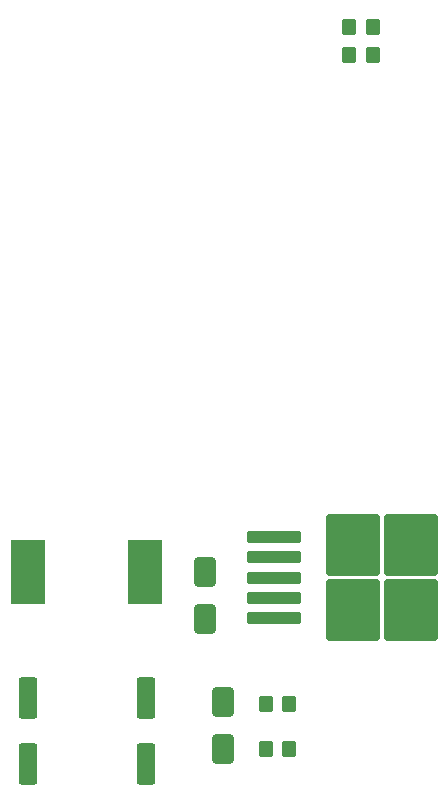
<source format=gtp>
G04 #@! TF.GenerationSoftware,KiCad,Pcbnew,8.0.1*
G04 #@! TF.CreationDate,2024-06-28T04:03:20+07:00*
G04 #@! TF.ProjectId,kicad-weight-scale-6-ch,6b696361-642d-4776-9569-6768742d7363,rev?*
G04 #@! TF.SameCoordinates,Original*
G04 #@! TF.FileFunction,Paste,Top*
G04 #@! TF.FilePolarity,Positive*
%FSLAX46Y46*%
G04 Gerber Fmt 4.6, Leading zero omitted, Abs format (unit mm)*
G04 Created by KiCad (PCBNEW 8.0.1) date 2024-06-28 04:03:20*
%MOMM*%
%LPD*%
G01*
G04 APERTURE LIST*
G04 Aperture macros list*
%AMRoundRect*
0 Rectangle with rounded corners*
0 $1 Rounding radius*
0 $2 $3 $4 $5 $6 $7 $8 $9 X,Y pos of 4 corners*
0 Add a 4 corners polygon primitive as box body*
4,1,4,$2,$3,$4,$5,$6,$7,$8,$9,$2,$3,0*
0 Add four circle primitives for the rounded corners*
1,1,$1+$1,$2,$3*
1,1,$1+$1,$4,$5*
1,1,$1+$1,$6,$7*
1,1,$1+$1,$8,$9*
0 Add four rect primitives between the rounded corners*
20,1,$1+$1,$2,$3,$4,$5,0*
20,1,$1+$1,$4,$5,$6,$7,0*
20,1,$1+$1,$6,$7,$8,$9,0*
20,1,$1+$1,$8,$9,$2,$3,0*%
G04 Aperture macros list end*
%ADD10RoundRect,0.250000X-0.550000X1.500000X-0.550000X-1.500000X0.550000X-1.500000X0.550000X1.500000X0*%
%ADD11RoundRect,0.250000X-0.650000X1.000000X-0.650000X-1.000000X0.650000X-1.000000X0.650000X1.000000X0*%
%ADD12RoundRect,0.250000X-0.350000X-0.450000X0.350000X-0.450000X0.350000X0.450000X-0.350000X0.450000X0*%
%ADD13RoundRect,0.250000X0.350000X0.450000X-0.350000X0.450000X-0.350000X-0.450000X0.350000X-0.450000X0*%
%ADD14RoundRect,0.250000X-2.050000X-0.300000X2.050000X-0.300000X2.050000X0.300000X-2.050000X0.300000X0*%
%ADD15RoundRect,0.250000X-2.025000X-2.375000X2.025000X-2.375000X2.025000X2.375000X-2.025000X2.375000X0*%
%ADD16R,2.900000X5.400000*%
G04 APERTURE END LIST*
D10*
X154620000Y-143900000D03*
X154620000Y-149500000D03*
D11*
X159620000Y-133200000D03*
X159620000Y-137200000D03*
D12*
X171850000Y-89450000D03*
X173850000Y-89450000D03*
D13*
X166750000Y-148250000D03*
X164750000Y-148250000D03*
D14*
X165470000Y-130300000D03*
X165470000Y-132000000D03*
X165470000Y-133700000D03*
D15*
X172195000Y-130925000D03*
X172195000Y-136475000D03*
X177045000Y-130925000D03*
X177045000Y-136475000D03*
D14*
X165470000Y-135400000D03*
X165470000Y-137100000D03*
D11*
X161120000Y-144200000D03*
X161120000Y-148200000D03*
D13*
X173850000Y-87100000D03*
X171850000Y-87100000D03*
D16*
X154520000Y-133200000D03*
X144620000Y-133200000D03*
D13*
X166750000Y-144400000D03*
X164750000Y-144400000D03*
D10*
X144620000Y-143900000D03*
X144620000Y-149500000D03*
M02*

</source>
